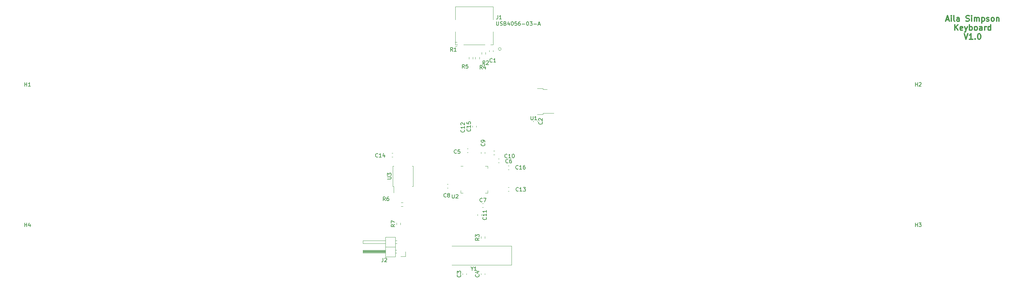
<source format=gbr>
%TF.GenerationSoftware,KiCad,Pcbnew,6.0.7-f9a2dced07~116~ubuntu20.04.1*%
%TF.CreationDate,2022-10-16T12:29:11-07:00*%
%TF.ProjectId,keyboard,6b657962-6f61-4726-942e-6b696361645f,rev?*%
%TF.SameCoordinates,Original*%
%TF.FileFunction,Legend,Top*%
%TF.FilePolarity,Positive*%
%FSLAX46Y46*%
G04 Gerber Fmt 4.6, Leading zero omitted, Abs format (unit mm)*
G04 Created by KiCad (PCBNEW 6.0.7-f9a2dced07~116~ubuntu20.04.1) date 2022-10-16 12:29:11*
%MOMM*%
%LPD*%
G01*
G04 APERTURE LIST*
%ADD10C,0.300000*%
%ADD11C,0.150000*%
%ADD12C,0.120000*%
G04 APERTURE END LIST*
D10*
X344968571Y-102355000D02*
X345682857Y-102355000D01*
X344825714Y-102783571D02*
X345325714Y-101283571D01*
X345825714Y-102783571D01*
X346325714Y-102783571D02*
X346325714Y-101783571D01*
X346325714Y-101283571D02*
X346254285Y-101355000D01*
X346325714Y-101426428D01*
X346397142Y-101355000D01*
X346325714Y-101283571D01*
X346325714Y-101426428D01*
X347254285Y-102783571D02*
X347111428Y-102712142D01*
X347040000Y-102569285D01*
X347040000Y-101283571D01*
X348468571Y-102783571D02*
X348468571Y-101997857D01*
X348397142Y-101855000D01*
X348254285Y-101783571D01*
X347968571Y-101783571D01*
X347825714Y-101855000D01*
X348468571Y-102712142D02*
X348325714Y-102783571D01*
X347968571Y-102783571D01*
X347825714Y-102712142D01*
X347754285Y-102569285D01*
X347754285Y-102426428D01*
X347825714Y-102283571D01*
X347968571Y-102212142D01*
X348325714Y-102212142D01*
X348468571Y-102140714D01*
X350254285Y-102712142D02*
X350468571Y-102783571D01*
X350825714Y-102783571D01*
X350968571Y-102712142D01*
X351040000Y-102640714D01*
X351111428Y-102497857D01*
X351111428Y-102355000D01*
X351040000Y-102212142D01*
X350968571Y-102140714D01*
X350825714Y-102069285D01*
X350540000Y-101997857D01*
X350397142Y-101926428D01*
X350325714Y-101855000D01*
X350254285Y-101712142D01*
X350254285Y-101569285D01*
X350325714Y-101426428D01*
X350397142Y-101355000D01*
X350540000Y-101283571D01*
X350897142Y-101283571D01*
X351111428Y-101355000D01*
X351754285Y-102783571D02*
X351754285Y-101783571D01*
X351754285Y-101283571D02*
X351682857Y-101355000D01*
X351754285Y-101426428D01*
X351825714Y-101355000D01*
X351754285Y-101283571D01*
X351754285Y-101426428D01*
X352468571Y-102783571D02*
X352468571Y-101783571D01*
X352468571Y-101926428D02*
X352540000Y-101855000D01*
X352682857Y-101783571D01*
X352897142Y-101783571D01*
X353040000Y-101855000D01*
X353111428Y-101997857D01*
X353111428Y-102783571D01*
X353111428Y-101997857D02*
X353182857Y-101855000D01*
X353325714Y-101783571D01*
X353540000Y-101783571D01*
X353682857Y-101855000D01*
X353754285Y-101997857D01*
X353754285Y-102783571D01*
X354468571Y-101783571D02*
X354468571Y-103283571D01*
X354468571Y-101855000D02*
X354611428Y-101783571D01*
X354897142Y-101783571D01*
X355040000Y-101855000D01*
X355111428Y-101926428D01*
X355182857Y-102069285D01*
X355182857Y-102497857D01*
X355111428Y-102640714D01*
X355040000Y-102712142D01*
X354897142Y-102783571D01*
X354611428Y-102783571D01*
X354468571Y-102712142D01*
X355754285Y-102712142D02*
X355897142Y-102783571D01*
X356182857Y-102783571D01*
X356325714Y-102712142D01*
X356397142Y-102569285D01*
X356397142Y-102497857D01*
X356325714Y-102355000D01*
X356182857Y-102283571D01*
X355968571Y-102283571D01*
X355825714Y-102212142D01*
X355754285Y-102069285D01*
X355754285Y-101997857D01*
X355825714Y-101855000D01*
X355968571Y-101783571D01*
X356182857Y-101783571D01*
X356325714Y-101855000D01*
X357254285Y-102783571D02*
X357111428Y-102712142D01*
X357040000Y-102640714D01*
X356968571Y-102497857D01*
X356968571Y-102069285D01*
X357040000Y-101926428D01*
X357111428Y-101855000D01*
X357254285Y-101783571D01*
X357468571Y-101783571D01*
X357611428Y-101855000D01*
X357682857Y-101926428D01*
X357754285Y-102069285D01*
X357754285Y-102497857D01*
X357682857Y-102640714D01*
X357611428Y-102712142D01*
X357468571Y-102783571D01*
X357254285Y-102783571D01*
X358397142Y-101783571D02*
X358397142Y-102783571D01*
X358397142Y-101926428D02*
X358468571Y-101855000D01*
X358611428Y-101783571D01*
X358825714Y-101783571D01*
X358968571Y-101855000D01*
X359040000Y-101997857D01*
X359040000Y-102783571D01*
X347254285Y-105198571D02*
X347254285Y-103698571D01*
X348111428Y-105198571D02*
X347468571Y-104341428D01*
X348111428Y-103698571D02*
X347254285Y-104555714D01*
X349325714Y-105127142D02*
X349182857Y-105198571D01*
X348897142Y-105198571D01*
X348754285Y-105127142D01*
X348682857Y-104984285D01*
X348682857Y-104412857D01*
X348754285Y-104270000D01*
X348897142Y-104198571D01*
X349182857Y-104198571D01*
X349325714Y-104270000D01*
X349397142Y-104412857D01*
X349397142Y-104555714D01*
X348682857Y-104698571D01*
X349897142Y-104198571D02*
X350254285Y-105198571D01*
X350611428Y-104198571D02*
X350254285Y-105198571D01*
X350111428Y-105555714D01*
X350040000Y-105627142D01*
X349897142Y-105698571D01*
X351182857Y-105198571D02*
X351182857Y-103698571D01*
X351182857Y-104270000D02*
X351325714Y-104198571D01*
X351611428Y-104198571D01*
X351754285Y-104270000D01*
X351825714Y-104341428D01*
X351897142Y-104484285D01*
X351897142Y-104912857D01*
X351825714Y-105055714D01*
X351754285Y-105127142D01*
X351611428Y-105198571D01*
X351325714Y-105198571D01*
X351182857Y-105127142D01*
X352754285Y-105198571D02*
X352611428Y-105127142D01*
X352540000Y-105055714D01*
X352468571Y-104912857D01*
X352468571Y-104484285D01*
X352540000Y-104341428D01*
X352611428Y-104270000D01*
X352754285Y-104198571D01*
X352968571Y-104198571D01*
X353111428Y-104270000D01*
X353182857Y-104341428D01*
X353254285Y-104484285D01*
X353254285Y-104912857D01*
X353182857Y-105055714D01*
X353111428Y-105127142D01*
X352968571Y-105198571D01*
X352754285Y-105198571D01*
X354540000Y-105198571D02*
X354540000Y-104412857D01*
X354468571Y-104270000D01*
X354325714Y-104198571D01*
X354040000Y-104198571D01*
X353897142Y-104270000D01*
X354540000Y-105127142D02*
X354397142Y-105198571D01*
X354040000Y-105198571D01*
X353897142Y-105127142D01*
X353825714Y-104984285D01*
X353825714Y-104841428D01*
X353897142Y-104698571D01*
X354040000Y-104627142D01*
X354397142Y-104627142D01*
X354540000Y-104555714D01*
X355254285Y-105198571D02*
X355254285Y-104198571D01*
X355254285Y-104484285D02*
X355325714Y-104341428D01*
X355397142Y-104270000D01*
X355540000Y-104198571D01*
X355682857Y-104198571D01*
X356825714Y-105198571D02*
X356825714Y-103698571D01*
X356825714Y-105127142D02*
X356682857Y-105198571D01*
X356397142Y-105198571D01*
X356254285Y-105127142D01*
X356182857Y-105055714D01*
X356111428Y-104912857D01*
X356111428Y-104484285D01*
X356182857Y-104341428D01*
X356254285Y-104270000D01*
X356397142Y-104198571D01*
X356682857Y-104198571D01*
X356825714Y-104270000D01*
X349754285Y-106113571D02*
X350254285Y-107613571D01*
X350754285Y-106113571D01*
X352040000Y-107613571D02*
X351182857Y-107613571D01*
X351611428Y-107613571D02*
X351611428Y-106113571D01*
X351468571Y-106327857D01*
X351325714Y-106470714D01*
X351182857Y-106542142D01*
X352682857Y-107470714D02*
X352754285Y-107542142D01*
X352682857Y-107613571D01*
X352611428Y-107542142D01*
X352682857Y-107470714D01*
X352682857Y-107613571D01*
X353682857Y-106113571D02*
X353825714Y-106113571D01*
X353968571Y-106185000D01*
X354040000Y-106256428D01*
X354111428Y-106399285D01*
X354182857Y-106685000D01*
X354182857Y-107042142D01*
X354111428Y-107327857D01*
X354040000Y-107470714D01*
X353968571Y-107542142D01*
X353825714Y-107613571D01*
X353682857Y-107613571D01*
X353540000Y-107542142D01*
X353468571Y-107470714D01*
X353397142Y-107327857D01*
X353325714Y-107042142D01*
X353325714Y-106685000D01*
X353397142Y-106399285D01*
X353468571Y-106256428D01*
X353540000Y-106185000D01*
X353682857Y-106113571D01*
D11*
%TO.C,Y1*%
X218533809Y-168876190D02*
X218533809Y-169352380D01*
X218200476Y-168352380D02*
X218533809Y-168876190D01*
X218867142Y-168352380D01*
X219724285Y-169352380D02*
X219152857Y-169352380D01*
X219438571Y-169352380D02*
X219438571Y-168352380D01*
X219343333Y-168495238D01*
X219248095Y-168590476D01*
X219152857Y-168638095D01*
%TO.C,R3*%
X220442380Y-160696666D02*
X219966190Y-161030000D01*
X220442380Y-161268095D02*
X219442380Y-161268095D01*
X219442380Y-160887142D01*
X219490000Y-160791904D01*
X219537619Y-160744285D01*
X219632857Y-160696666D01*
X219775714Y-160696666D01*
X219870952Y-160744285D01*
X219918571Y-160791904D01*
X219966190Y-160887142D01*
X219966190Y-161268095D01*
X219442380Y-160363333D02*
X219442380Y-159744285D01*
X219823333Y-160077619D01*
X219823333Y-159934761D01*
X219870952Y-159839523D01*
X219918571Y-159791904D01*
X220013809Y-159744285D01*
X220251904Y-159744285D01*
X220347142Y-159791904D01*
X220394761Y-159839523D01*
X220442380Y-159934761D01*
X220442380Y-160220476D01*
X220394761Y-160315714D01*
X220347142Y-160363333D01*
%TO.C,R2*%
X221983333Y-114352380D02*
X221650000Y-113876190D01*
X221411904Y-114352380D02*
X221411904Y-113352380D01*
X221792857Y-113352380D01*
X221888095Y-113400000D01*
X221935714Y-113447619D01*
X221983333Y-113542857D01*
X221983333Y-113685714D01*
X221935714Y-113780952D01*
X221888095Y-113828571D01*
X221792857Y-113876190D01*
X221411904Y-113876190D01*
X222364285Y-113447619D02*
X222411904Y-113400000D01*
X222507142Y-113352380D01*
X222745238Y-113352380D01*
X222840476Y-113400000D01*
X222888095Y-113447619D01*
X222935714Y-113542857D01*
X222935714Y-113638095D01*
X222888095Y-113780952D01*
X222316666Y-114352380D01*
X222935714Y-114352380D01*
%TO.C,C2*%
X237197142Y-129666666D02*
X237244761Y-129714285D01*
X237292380Y-129857142D01*
X237292380Y-129952380D01*
X237244761Y-130095238D01*
X237149523Y-130190476D01*
X237054285Y-130238095D01*
X236863809Y-130285714D01*
X236720952Y-130285714D01*
X236530476Y-130238095D01*
X236435238Y-130190476D01*
X236340000Y-130095238D01*
X236292380Y-129952380D01*
X236292380Y-129857142D01*
X236340000Y-129714285D01*
X236387619Y-129666666D01*
X236387619Y-129285714D02*
X236340000Y-129238095D01*
X236292380Y-129142857D01*
X236292380Y-128904761D01*
X236340000Y-128809523D01*
X236387619Y-128761904D01*
X236482857Y-128714285D01*
X236578095Y-128714285D01*
X236720952Y-128761904D01*
X237292380Y-129333333D01*
X237292380Y-128714285D01*
%TO.C,R6*%
X195423333Y-150722380D02*
X195090000Y-150246190D01*
X194851904Y-150722380D02*
X194851904Y-149722380D01*
X195232857Y-149722380D01*
X195328095Y-149770000D01*
X195375714Y-149817619D01*
X195423333Y-149912857D01*
X195423333Y-150055714D01*
X195375714Y-150150952D01*
X195328095Y-150198571D01*
X195232857Y-150246190D01*
X194851904Y-150246190D01*
X196280476Y-149722380D02*
X196090000Y-149722380D01*
X195994761Y-149770000D01*
X195947142Y-149817619D01*
X195851904Y-149960476D01*
X195804285Y-150150952D01*
X195804285Y-150531904D01*
X195851904Y-150627142D01*
X195899523Y-150674761D01*
X195994761Y-150722380D01*
X196185238Y-150722380D01*
X196280476Y-150674761D01*
X196328095Y-150627142D01*
X196375714Y-150531904D01*
X196375714Y-150293809D01*
X196328095Y-150198571D01*
X196280476Y-150150952D01*
X196185238Y-150103333D01*
X195994761Y-150103333D01*
X195899523Y-150150952D01*
X195851904Y-150198571D01*
X195804285Y-150293809D01*
%TO.C,U2*%
X213238095Y-149062380D02*
X213238095Y-149871904D01*
X213285714Y-149967142D01*
X213333333Y-150014761D01*
X213428571Y-150062380D01*
X213619047Y-150062380D01*
X213714285Y-150014761D01*
X213761904Y-149967142D01*
X213809523Y-149871904D01*
X213809523Y-149062380D01*
X214238095Y-149157619D02*
X214285714Y-149110000D01*
X214380952Y-149062380D01*
X214619047Y-149062380D01*
X214714285Y-149110000D01*
X214761904Y-149157619D01*
X214809523Y-149252857D01*
X214809523Y-149348095D01*
X214761904Y-149490952D01*
X214190476Y-150062380D01*
X214809523Y-150062380D01*
%TO.C,H3*%
X336738095Y-157652380D02*
X336738095Y-156652380D01*
X336738095Y-157128571D02*
X337309523Y-157128571D01*
X337309523Y-157652380D02*
X337309523Y-156652380D01*
X337690476Y-156652380D02*
X338309523Y-156652380D01*
X337976190Y-157033333D01*
X338119047Y-157033333D01*
X338214285Y-157080952D01*
X338261904Y-157128571D01*
X338309523Y-157223809D01*
X338309523Y-157461904D01*
X338261904Y-157557142D01*
X338214285Y-157604761D01*
X338119047Y-157652380D01*
X337833333Y-157652380D01*
X337738095Y-157604761D01*
X337690476Y-157557142D01*
%TO.C,H1*%
X99238095Y-120152380D02*
X99238095Y-119152380D01*
X99238095Y-119628571D02*
X99809523Y-119628571D01*
X99809523Y-120152380D02*
X99809523Y-119152380D01*
X100809523Y-120152380D02*
X100238095Y-120152380D01*
X100523809Y-120152380D02*
X100523809Y-119152380D01*
X100428571Y-119295238D01*
X100333333Y-119390476D01*
X100238095Y-119438095D01*
%TO.C,C13*%
X230887142Y-148087142D02*
X230839523Y-148134761D01*
X230696666Y-148182380D01*
X230601428Y-148182380D01*
X230458571Y-148134761D01*
X230363333Y-148039523D01*
X230315714Y-147944285D01*
X230268095Y-147753809D01*
X230268095Y-147610952D01*
X230315714Y-147420476D01*
X230363333Y-147325238D01*
X230458571Y-147230000D01*
X230601428Y-147182380D01*
X230696666Y-147182380D01*
X230839523Y-147230000D01*
X230887142Y-147277619D01*
X231839523Y-148182380D02*
X231268095Y-148182380D01*
X231553809Y-148182380D02*
X231553809Y-147182380D01*
X231458571Y-147325238D01*
X231363333Y-147420476D01*
X231268095Y-147468095D01*
X232172857Y-147182380D02*
X232791904Y-147182380D01*
X232458571Y-147563333D01*
X232601428Y-147563333D01*
X232696666Y-147610952D01*
X232744285Y-147658571D01*
X232791904Y-147753809D01*
X232791904Y-147991904D01*
X232744285Y-148087142D01*
X232696666Y-148134761D01*
X232601428Y-148182380D01*
X232315714Y-148182380D01*
X232220476Y-148134761D01*
X232172857Y-148087142D01*
%TO.C,C9*%
X221877142Y-135486666D02*
X221924761Y-135534285D01*
X221972380Y-135677142D01*
X221972380Y-135772380D01*
X221924761Y-135915238D01*
X221829523Y-136010476D01*
X221734285Y-136058095D01*
X221543809Y-136105714D01*
X221400952Y-136105714D01*
X221210476Y-136058095D01*
X221115238Y-136010476D01*
X221020000Y-135915238D01*
X220972380Y-135772380D01*
X220972380Y-135677142D01*
X221020000Y-135534285D01*
X221067619Y-135486666D01*
X221972380Y-135010476D02*
X221972380Y-134820000D01*
X221924761Y-134724761D01*
X221877142Y-134677142D01*
X221734285Y-134581904D01*
X221543809Y-134534285D01*
X221162857Y-134534285D01*
X221067619Y-134581904D01*
X221020000Y-134629523D01*
X220972380Y-134724761D01*
X220972380Y-134915238D01*
X221020000Y-135010476D01*
X221067619Y-135058095D01*
X221162857Y-135105714D01*
X221400952Y-135105714D01*
X221496190Y-135058095D01*
X221543809Y-135010476D01*
X221591428Y-134915238D01*
X221591428Y-134724761D01*
X221543809Y-134629523D01*
X221496190Y-134581904D01*
X221400952Y-134534285D01*
%TO.C,C3*%
X215457142Y-170476666D02*
X215504761Y-170524285D01*
X215552380Y-170667142D01*
X215552380Y-170762380D01*
X215504761Y-170905238D01*
X215409523Y-171000476D01*
X215314285Y-171048095D01*
X215123809Y-171095714D01*
X214980952Y-171095714D01*
X214790476Y-171048095D01*
X214695238Y-171000476D01*
X214600000Y-170905238D01*
X214552380Y-170762380D01*
X214552380Y-170667142D01*
X214600000Y-170524285D01*
X214647619Y-170476666D01*
X214552380Y-170143333D02*
X214552380Y-169524285D01*
X214933333Y-169857619D01*
X214933333Y-169714761D01*
X214980952Y-169619523D01*
X215028571Y-169571904D01*
X215123809Y-169524285D01*
X215361904Y-169524285D01*
X215457142Y-169571904D01*
X215504761Y-169619523D01*
X215552380Y-169714761D01*
X215552380Y-170000476D01*
X215504761Y-170095714D01*
X215457142Y-170143333D01*
%TO.C,C16*%
X230817142Y-142197142D02*
X230769523Y-142244761D01*
X230626666Y-142292380D01*
X230531428Y-142292380D01*
X230388571Y-142244761D01*
X230293333Y-142149523D01*
X230245714Y-142054285D01*
X230198095Y-141863809D01*
X230198095Y-141720952D01*
X230245714Y-141530476D01*
X230293333Y-141435238D01*
X230388571Y-141340000D01*
X230531428Y-141292380D01*
X230626666Y-141292380D01*
X230769523Y-141340000D01*
X230817142Y-141387619D01*
X231769523Y-142292380D02*
X231198095Y-142292380D01*
X231483809Y-142292380D02*
X231483809Y-141292380D01*
X231388571Y-141435238D01*
X231293333Y-141530476D01*
X231198095Y-141578095D01*
X232626666Y-141292380D02*
X232436190Y-141292380D01*
X232340952Y-141340000D01*
X232293333Y-141387619D01*
X232198095Y-141530476D01*
X232150476Y-141720952D01*
X232150476Y-142101904D01*
X232198095Y-142197142D01*
X232245714Y-142244761D01*
X232340952Y-142292380D01*
X232531428Y-142292380D01*
X232626666Y-142244761D01*
X232674285Y-142197142D01*
X232721904Y-142101904D01*
X232721904Y-141863809D01*
X232674285Y-141768571D01*
X232626666Y-141720952D01*
X232531428Y-141673333D01*
X232340952Y-141673333D01*
X232245714Y-141720952D01*
X232198095Y-141768571D01*
X232150476Y-141863809D01*
%TO.C,C10*%
X227877142Y-139167142D02*
X227829523Y-139214761D01*
X227686666Y-139262380D01*
X227591428Y-139262380D01*
X227448571Y-139214761D01*
X227353333Y-139119523D01*
X227305714Y-139024285D01*
X227258095Y-138833809D01*
X227258095Y-138690952D01*
X227305714Y-138500476D01*
X227353333Y-138405238D01*
X227448571Y-138310000D01*
X227591428Y-138262380D01*
X227686666Y-138262380D01*
X227829523Y-138310000D01*
X227877142Y-138357619D01*
X228829523Y-139262380D02*
X228258095Y-139262380D01*
X228543809Y-139262380D02*
X228543809Y-138262380D01*
X228448571Y-138405238D01*
X228353333Y-138500476D01*
X228258095Y-138548095D01*
X229448571Y-138262380D02*
X229543809Y-138262380D01*
X229639047Y-138310000D01*
X229686666Y-138357619D01*
X229734285Y-138452857D01*
X229781904Y-138643333D01*
X229781904Y-138881428D01*
X229734285Y-139071904D01*
X229686666Y-139167142D01*
X229639047Y-139214761D01*
X229543809Y-139262380D01*
X229448571Y-139262380D01*
X229353333Y-139214761D01*
X229305714Y-139167142D01*
X229258095Y-139071904D01*
X229210476Y-138881428D01*
X229210476Y-138643333D01*
X229258095Y-138452857D01*
X229305714Y-138357619D01*
X229353333Y-138310000D01*
X229448571Y-138262380D01*
%TO.C,R4*%
X221233333Y-115562380D02*
X220900000Y-115086190D01*
X220661904Y-115562380D02*
X220661904Y-114562380D01*
X221042857Y-114562380D01*
X221138095Y-114610000D01*
X221185714Y-114657619D01*
X221233333Y-114752857D01*
X221233333Y-114895714D01*
X221185714Y-114990952D01*
X221138095Y-115038571D01*
X221042857Y-115086190D01*
X220661904Y-115086190D01*
X222090476Y-114895714D02*
X222090476Y-115562380D01*
X221852380Y-114514761D02*
X221614285Y-115229047D01*
X222233333Y-115229047D01*
%TO.C,J2*%
X194806666Y-166057380D02*
X194806666Y-166771666D01*
X194759047Y-166914523D01*
X194663809Y-167009761D01*
X194520952Y-167057380D01*
X194425714Y-167057380D01*
X195235238Y-166152619D02*
X195282857Y-166105000D01*
X195378095Y-166057380D01*
X195616190Y-166057380D01*
X195711428Y-166105000D01*
X195759047Y-166152619D01*
X195806666Y-166247857D01*
X195806666Y-166343095D01*
X195759047Y-166485952D01*
X195187619Y-167057380D01*
X195806666Y-167057380D01*
%TO.C,J1*%
X225386666Y-101222380D02*
X225386666Y-101936666D01*
X225339047Y-102079523D01*
X225243809Y-102174761D01*
X225100952Y-102222380D01*
X225005714Y-102222380D01*
X226386666Y-102222380D02*
X225815238Y-102222380D01*
X226100952Y-102222380D02*
X226100952Y-101222380D01*
X226005714Y-101365238D01*
X225910476Y-101460476D01*
X225815238Y-101508095D01*
X225054285Y-102892380D02*
X225054285Y-103701904D01*
X225101904Y-103797142D01*
X225149523Y-103844761D01*
X225244761Y-103892380D01*
X225435238Y-103892380D01*
X225530476Y-103844761D01*
X225578095Y-103797142D01*
X225625714Y-103701904D01*
X225625714Y-102892380D01*
X226054285Y-103844761D02*
X226197142Y-103892380D01*
X226435238Y-103892380D01*
X226530476Y-103844761D01*
X226578095Y-103797142D01*
X226625714Y-103701904D01*
X226625714Y-103606666D01*
X226578095Y-103511428D01*
X226530476Y-103463809D01*
X226435238Y-103416190D01*
X226244761Y-103368571D01*
X226149523Y-103320952D01*
X226101904Y-103273333D01*
X226054285Y-103178095D01*
X226054285Y-103082857D01*
X226101904Y-102987619D01*
X226149523Y-102940000D01*
X226244761Y-102892380D01*
X226482857Y-102892380D01*
X226625714Y-102940000D01*
X227387619Y-103368571D02*
X227530476Y-103416190D01*
X227578095Y-103463809D01*
X227625714Y-103559047D01*
X227625714Y-103701904D01*
X227578095Y-103797142D01*
X227530476Y-103844761D01*
X227435238Y-103892380D01*
X227054285Y-103892380D01*
X227054285Y-102892380D01*
X227387619Y-102892380D01*
X227482857Y-102940000D01*
X227530476Y-102987619D01*
X227578095Y-103082857D01*
X227578095Y-103178095D01*
X227530476Y-103273333D01*
X227482857Y-103320952D01*
X227387619Y-103368571D01*
X227054285Y-103368571D01*
X228482857Y-103225714D02*
X228482857Y-103892380D01*
X228244761Y-102844761D02*
X228006666Y-103559047D01*
X228625714Y-103559047D01*
X229197142Y-102892380D02*
X229292380Y-102892380D01*
X229387619Y-102940000D01*
X229435238Y-102987619D01*
X229482857Y-103082857D01*
X229530476Y-103273333D01*
X229530476Y-103511428D01*
X229482857Y-103701904D01*
X229435238Y-103797142D01*
X229387619Y-103844761D01*
X229292380Y-103892380D01*
X229197142Y-103892380D01*
X229101904Y-103844761D01*
X229054285Y-103797142D01*
X229006666Y-103701904D01*
X228959047Y-103511428D01*
X228959047Y-103273333D01*
X229006666Y-103082857D01*
X229054285Y-102987619D01*
X229101904Y-102940000D01*
X229197142Y-102892380D01*
X230435238Y-102892380D02*
X229959047Y-102892380D01*
X229911428Y-103368571D01*
X229959047Y-103320952D01*
X230054285Y-103273333D01*
X230292380Y-103273333D01*
X230387619Y-103320952D01*
X230435238Y-103368571D01*
X230482857Y-103463809D01*
X230482857Y-103701904D01*
X230435238Y-103797142D01*
X230387619Y-103844761D01*
X230292380Y-103892380D01*
X230054285Y-103892380D01*
X229959047Y-103844761D01*
X229911428Y-103797142D01*
X231340000Y-102892380D02*
X231149523Y-102892380D01*
X231054285Y-102940000D01*
X231006666Y-102987619D01*
X230911428Y-103130476D01*
X230863809Y-103320952D01*
X230863809Y-103701904D01*
X230911428Y-103797142D01*
X230959047Y-103844761D01*
X231054285Y-103892380D01*
X231244761Y-103892380D01*
X231340000Y-103844761D01*
X231387619Y-103797142D01*
X231435238Y-103701904D01*
X231435238Y-103463809D01*
X231387619Y-103368571D01*
X231340000Y-103320952D01*
X231244761Y-103273333D01*
X231054285Y-103273333D01*
X230959047Y-103320952D01*
X230911428Y-103368571D01*
X230863809Y-103463809D01*
X231863809Y-103511428D02*
X232625714Y-103511428D01*
X233292380Y-102892380D02*
X233387619Y-102892380D01*
X233482857Y-102940000D01*
X233530476Y-102987619D01*
X233578095Y-103082857D01*
X233625714Y-103273333D01*
X233625714Y-103511428D01*
X233578095Y-103701904D01*
X233530476Y-103797142D01*
X233482857Y-103844761D01*
X233387619Y-103892380D01*
X233292380Y-103892380D01*
X233197142Y-103844761D01*
X233149523Y-103797142D01*
X233101904Y-103701904D01*
X233054285Y-103511428D01*
X233054285Y-103273333D01*
X233101904Y-103082857D01*
X233149523Y-102987619D01*
X233197142Y-102940000D01*
X233292380Y-102892380D01*
X233959047Y-102892380D02*
X234578095Y-102892380D01*
X234244761Y-103273333D01*
X234387619Y-103273333D01*
X234482857Y-103320952D01*
X234530476Y-103368571D01*
X234578095Y-103463809D01*
X234578095Y-103701904D01*
X234530476Y-103797142D01*
X234482857Y-103844761D01*
X234387619Y-103892380D01*
X234101904Y-103892380D01*
X234006666Y-103844761D01*
X233959047Y-103797142D01*
X235006666Y-103511428D02*
X235768571Y-103511428D01*
X236197142Y-103606666D02*
X236673333Y-103606666D01*
X236101904Y-103892380D02*
X236435238Y-102892380D01*
X236768571Y-103892380D01*
%TO.C,U3*%
X195972380Y-144951904D02*
X196781904Y-144951904D01*
X196877142Y-144904285D01*
X196924761Y-144856666D01*
X196972380Y-144761428D01*
X196972380Y-144570952D01*
X196924761Y-144475714D01*
X196877142Y-144428095D01*
X196781904Y-144380476D01*
X195972380Y-144380476D01*
X195972380Y-143999523D02*
X195972380Y-143380476D01*
X196353333Y-143713809D01*
X196353333Y-143570952D01*
X196400952Y-143475714D01*
X196448571Y-143428095D01*
X196543809Y-143380476D01*
X196781904Y-143380476D01*
X196877142Y-143428095D01*
X196924761Y-143475714D01*
X196972380Y-143570952D01*
X196972380Y-143856666D01*
X196924761Y-143951904D01*
X196877142Y-143999523D01*
%TO.C,R5*%
X216513333Y-115352380D02*
X216180000Y-114876190D01*
X215941904Y-115352380D02*
X215941904Y-114352380D01*
X216322857Y-114352380D01*
X216418095Y-114400000D01*
X216465714Y-114447619D01*
X216513333Y-114542857D01*
X216513333Y-114685714D01*
X216465714Y-114780952D01*
X216418095Y-114828571D01*
X216322857Y-114876190D01*
X215941904Y-114876190D01*
X217418095Y-114352380D02*
X216941904Y-114352380D01*
X216894285Y-114828571D01*
X216941904Y-114780952D01*
X217037142Y-114733333D01*
X217275238Y-114733333D01*
X217370476Y-114780952D01*
X217418095Y-114828571D01*
X217465714Y-114923809D01*
X217465714Y-115161904D01*
X217418095Y-115257142D01*
X217370476Y-115304761D01*
X217275238Y-115352380D01*
X217037142Y-115352380D01*
X216941904Y-115304761D01*
X216894285Y-115257142D01*
%TO.C,C6*%
X228143333Y-140547142D02*
X228095714Y-140594761D01*
X227952857Y-140642380D01*
X227857619Y-140642380D01*
X227714761Y-140594761D01*
X227619523Y-140499523D01*
X227571904Y-140404285D01*
X227524285Y-140213809D01*
X227524285Y-140070952D01*
X227571904Y-139880476D01*
X227619523Y-139785238D01*
X227714761Y-139690000D01*
X227857619Y-139642380D01*
X227952857Y-139642380D01*
X228095714Y-139690000D01*
X228143333Y-139737619D01*
X229000476Y-139642380D02*
X228810000Y-139642380D01*
X228714761Y-139690000D01*
X228667142Y-139737619D01*
X228571904Y-139880476D01*
X228524285Y-140070952D01*
X228524285Y-140451904D01*
X228571904Y-140547142D01*
X228619523Y-140594761D01*
X228714761Y-140642380D01*
X228905238Y-140642380D01*
X229000476Y-140594761D01*
X229048095Y-140547142D01*
X229095714Y-140451904D01*
X229095714Y-140213809D01*
X229048095Y-140118571D01*
X229000476Y-140070952D01*
X228905238Y-140023333D01*
X228714761Y-140023333D01*
X228619523Y-140070952D01*
X228571904Y-140118571D01*
X228524285Y-140213809D01*
%TO.C,C14*%
X193407142Y-138997142D02*
X193359523Y-139044761D01*
X193216666Y-139092380D01*
X193121428Y-139092380D01*
X192978571Y-139044761D01*
X192883333Y-138949523D01*
X192835714Y-138854285D01*
X192788095Y-138663809D01*
X192788095Y-138520952D01*
X192835714Y-138330476D01*
X192883333Y-138235238D01*
X192978571Y-138140000D01*
X193121428Y-138092380D01*
X193216666Y-138092380D01*
X193359523Y-138140000D01*
X193407142Y-138187619D01*
X194359523Y-139092380D02*
X193788095Y-139092380D01*
X194073809Y-139092380D02*
X194073809Y-138092380D01*
X193978571Y-138235238D01*
X193883333Y-138330476D01*
X193788095Y-138378095D01*
X195216666Y-138425714D02*
X195216666Y-139092380D01*
X194978571Y-138044761D02*
X194740476Y-138759047D01*
X195359523Y-138759047D01*
%TO.C,C11*%
X222297142Y-155172857D02*
X222344761Y-155220476D01*
X222392380Y-155363333D01*
X222392380Y-155458571D01*
X222344761Y-155601428D01*
X222249523Y-155696666D01*
X222154285Y-155744285D01*
X221963809Y-155791904D01*
X221820952Y-155791904D01*
X221630476Y-155744285D01*
X221535238Y-155696666D01*
X221440000Y-155601428D01*
X221392380Y-155458571D01*
X221392380Y-155363333D01*
X221440000Y-155220476D01*
X221487619Y-155172857D01*
X222392380Y-154220476D02*
X222392380Y-154791904D01*
X222392380Y-154506190D02*
X221392380Y-154506190D01*
X221535238Y-154601428D01*
X221630476Y-154696666D01*
X221678095Y-154791904D01*
X222392380Y-153268095D02*
X222392380Y-153839523D01*
X222392380Y-153553809D02*
X221392380Y-153553809D01*
X221535238Y-153649047D01*
X221630476Y-153744285D01*
X221678095Y-153839523D01*
%TO.C,R7*%
X197932380Y-157066666D02*
X197456190Y-157400000D01*
X197932380Y-157638095D02*
X196932380Y-157638095D01*
X196932380Y-157257142D01*
X196980000Y-157161904D01*
X197027619Y-157114285D01*
X197122857Y-157066666D01*
X197265714Y-157066666D01*
X197360952Y-157114285D01*
X197408571Y-157161904D01*
X197456190Y-157257142D01*
X197456190Y-157638095D01*
X196932380Y-156733333D02*
X196932380Y-156066666D01*
X197932380Y-156495238D01*
%TO.C,C1*%
X223913333Y-113637142D02*
X223865714Y-113684761D01*
X223722857Y-113732380D01*
X223627619Y-113732380D01*
X223484761Y-113684761D01*
X223389523Y-113589523D01*
X223341904Y-113494285D01*
X223294285Y-113303809D01*
X223294285Y-113160952D01*
X223341904Y-112970476D01*
X223389523Y-112875238D01*
X223484761Y-112780000D01*
X223627619Y-112732380D01*
X223722857Y-112732380D01*
X223865714Y-112780000D01*
X223913333Y-112827619D01*
X224865714Y-113732380D02*
X224294285Y-113732380D01*
X224580000Y-113732380D02*
X224580000Y-112732380D01*
X224484761Y-112875238D01*
X224389523Y-112970476D01*
X224294285Y-113018095D01*
%TO.C,C8*%
X211613333Y-149677142D02*
X211565714Y-149724761D01*
X211422857Y-149772380D01*
X211327619Y-149772380D01*
X211184761Y-149724761D01*
X211089523Y-149629523D01*
X211041904Y-149534285D01*
X210994285Y-149343809D01*
X210994285Y-149200952D01*
X211041904Y-149010476D01*
X211089523Y-148915238D01*
X211184761Y-148820000D01*
X211327619Y-148772380D01*
X211422857Y-148772380D01*
X211565714Y-148820000D01*
X211613333Y-148867619D01*
X212184761Y-149200952D02*
X212089523Y-149153333D01*
X212041904Y-149105714D01*
X211994285Y-149010476D01*
X211994285Y-148962857D01*
X212041904Y-148867619D01*
X212089523Y-148820000D01*
X212184761Y-148772380D01*
X212375238Y-148772380D01*
X212470476Y-148820000D01*
X212518095Y-148867619D01*
X212565714Y-148962857D01*
X212565714Y-149010476D01*
X212518095Y-149105714D01*
X212470476Y-149153333D01*
X212375238Y-149200952D01*
X212184761Y-149200952D01*
X212089523Y-149248571D01*
X212041904Y-149296190D01*
X211994285Y-149391428D01*
X211994285Y-149581904D01*
X212041904Y-149677142D01*
X212089523Y-149724761D01*
X212184761Y-149772380D01*
X212375238Y-149772380D01*
X212470476Y-149724761D01*
X212518095Y-149677142D01*
X212565714Y-149581904D01*
X212565714Y-149391428D01*
X212518095Y-149296190D01*
X212470476Y-149248571D01*
X212375238Y-149200952D01*
%TO.C,C15*%
X218067142Y-131552857D02*
X218114761Y-131600476D01*
X218162380Y-131743333D01*
X218162380Y-131838571D01*
X218114761Y-131981428D01*
X218019523Y-132076666D01*
X217924285Y-132124285D01*
X217733809Y-132171904D01*
X217590952Y-132171904D01*
X217400476Y-132124285D01*
X217305238Y-132076666D01*
X217210000Y-131981428D01*
X217162380Y-131838571D01*
X217162380Y-131743333D01*
X217210000Y-131600476D01*
X217257619Y-131552857D01*
X218162380Y-130600476D02*
X218162380Y-131171904D01*
X218162380Y-130886190D02*
X217162380Y-130886190D01*
X217305238Y-130981428D01*
X217400476Y-131076666D01*
X217448095Y-131171904D01*
X217162380Y-129695714D02*
X217162380Y-130171904D01*
X217638571Y-130219523D01*
X217590952Y-130171904D01*
X217543333Y-130076666D01*
X217543333Y-129838571D01*
X217590952Y-129743333D01*
X217638571Y-129695714D01*
X217733809Y-129648095D01*
X217971904Y-129648095D01*
X218067142Y-129695714D01*
X218114761Y-129743333D01*
X218162380Y-129838571D01*
X218162380Y-130076666D01*
X218114761Y-130171904D01*
X218067142Y-130219523D01*
%TO.C,C7*%
X221253333Y-150937142D02*
X221205714Y-150984761D01*
X221062857Y-151032380D01*
X220967619Y-151032380D01*
X220824761Y-150984761D01*
X220729523Y-150889523D01*
X220681904Y-150794285D01*
X220634285Y-150603809D01*
X220634285Y-150460952D01*
X220681904Y-150270476D01*
X220729523Y-150175238D01*
X220824761Y-150080000D01*
X220967619Y-150032380D01*
X221062857Y-150032380D01*
X221205714Y-150080000D01*
X221253333Y-150127619D01*
X221586666Y-150032380D02*
X222253333Y-150032380D01*
X221824761Y-151032380D01*
%TO.C,H4*%
X99238095Y-157652380D02*
X99238095Y-156652380D01*
X99238095Y-157128571D02*
X99809523Y-157128571D01*
X99809523Y-157652380D02*
X99809523Y-156652380D01*
X100714285Y-156985714D02*
X100714285Y-157652380D01*
X100476190Y-156604761D02*
X100238095Y-157319047D01*
X100857142Y-157319047D01*
%TO.C,C5*%
X214383333Y-137997142D02*
X214335714Y-138044761D01*
X214192857Y-138092380D01*
X214097619Y-138092380D01*
X213954761Y-138044761D01*
X213859523Y-137949523D01*
X213811904Y-137854285D01*
X213764285Y-137663809D01*
X213764285Y-137520952D01*
X213811904Y-137330476D01*
X213859523Y-137235238D01*
X213954761Y-137140000D01*
X214097619Y-137092380D01*
X214192857Y-137092380D01*
X214335714Y-137140000D01*
X214383333Y-137187619D01*
X215288095Y-137092380D02*
X214811904Y-137092380D01*
X214764285Y-137568571D01*
X214811904Y-137520952D01*
X214907142Y-137473333D01*
X215145238Y-137473333D01*
X215240476Y-137520952D01*
X215288095Y-137568571D01*
X215335714Y-137663809D01*
X215335714Y-137901904D01*
X215288095Y-137997142D01*
X215240476Y-138044761D01*
X215145238Y-138092380D01*
X214907142Y-138092380D01*
X214811904Y-138044761D01*
X214764285Y-137997142D01*
%TO.C,H2*%
X336738095Y-120152380D02*
X336738095Y-119152380D01*
X336738095Y-119628571D02*
X337309523Y-119628571D01*
X337309523Y-120152380D02*
X337309523Y-119152380D01*
X337738095Y-119247619D02*
X337785714Y-119200000D01*
X337880952Y-119152380D01*
X338119047Y-119152380D01*
X338214285Y-119200000D01*
X338261904Y-119247619D01*
X338309523Y-119342857D01*
X338309523Y-119438095D01*
X338261904Y-119580952D01*
X337690476Y-120152380D01*
X338309523Y-120152380D01*
%TO.C,R1*%
X213393333Y-110802380D02*
X213060000Y-110326190D01*
X212821904Y-110802380D02*
X212821904Y-109802380D01*
X213202857Y-109802380D01*
X213298095Y-109850000D01*
X213345714Y-109897619D01*
X213393333Y-109992857D01*
X213393333Y-110135714D01*
X213345714Y-110230952D01*
X213298095Y-110278571D01*
X213202857Y-110326190D01*
X212821904Y-110326190D01*
X214345714Y-110802380D02*
X213774285Y-110802380D01*
X214060000Y-110802380D02*
X214060000Y-109802380D01*
X213964761Y-109945238D01*
X213869523Y-110040476D01*
X213774285Y-110088095D01*
%TO.C,C12*%
X216447142Y-131802857D02*
X216494761Y-131850476D01*
X216542380Y-131993333D01*
X216542380Y-132088571D01*
X216494761Y-132231428D01*
X216399523Y-132326666D01*
X216304285Y-132374285D01*
X216113809Y-132421904D01*
X215970952Y-132421904D01*
X215780476Y-132374285D01*
X215685238Y-132326666D01*
X215590000Y-132231428D01*
X215542380Y-132088571D01*
X215542380Y-131993333D01*
X215590000Y-131850476D01*
X215637619Y-131802857D01*
X216542380Y-130850476D02*
X216542380Y-131421904D01*
X216542380Y-131136190D02*
X215542380Y-131136190D01*
X215685238Y-131231428D01*
X215780476Y-131326666D01*
X215828095Y-131421904D01*
X215637619Y-130469523D02*
X215590000Y-130421904D01*
X215542380Y-130326666D01*
X215542380Y-130088571D01*
X215590000Y-129993333D01*
X215637619Y-129945714D01*
X215732857Y-129898095D01*
X215828095Y-129898095D01*
X215970952Y-129945714D01*
X216542380Y-130517142D01*
X216542380Y-129898095D01*
%TO.C,U1*%
X234228095Y-128152380D02*
X234228095Y-128961904D01*
X234275714Y-129057142D01*
X234323333Y-129104761D01*
X234418571Y-129152380D01*
X234609047Y-129152380D01*
X234704285Y-129104761D01*
X234751904Y-129057142D01*
X234799523Y-128961904D01*
X234799523Y-128152380D01*
X235799523Y-129152380D02*
X235228095Y-129152380D01*
X235513809Y-129152380D02*
X235513809Y-128152380D01*
X235418571Y-128295238D01*
X235323333Y-128390476D01*
X235228095Y-128438095D01*
%TO.C,C4*%
X220337142Y-170466666D02*
X220384761Y-170514285D01*
X220432380Y-170657142D01*
X220432380Y-170752380D01*
X220384761Y-170895238D01*
X220289523Y-170990476D01*
X220194285Y-171038095D01*
X220003809Y-171085714D01*
X219860952Y-171085714D01*
X219670476Y-171038095D01*
X219575238Y-170990476D01*
X219480000Y-170895238D01*
X219432380Y-170752380D01*
X219432380Y-170657142D01*
X219480000Y-170514285D01*
X219527619Y-170466666D01*
X219765714Y-169609523D02*
X220432380Y-169609523D01*
X219384761Y-169847619D02*
X220099047Y-170085714D01*
X220099047Y-169466666D01*
D12*
%TO.C,Y1*%
X229085000Y-162800000D02*
X213110000Y-162800000D01*
X213110000Y-167900000D02*
X229085000Y-167900000D01*
X229085000Y-167900000D02*
X229085000Y-162800000D01*
%TO.C,R3*%
X221942500Y-160784724D02*
X221942500Y-160275276D01*
X220897500Y-160784724D02*
X220897500Y-160275276D01*
%TO.C,R2*%
X221067500Y-111082776D02*
X221067500Y-111592224D01*
X222112500Y-111082776D02*
X222112500Y-111592224D01*
%TO.C,C2*%
X234900000Y-129353733D02*
X234900000Y-129646267D01*
X235920000Y-129353733D02*
X235920000Y-129646267D01*
%TO.C,R6*%
X200084724Y-151217500D02*
X199575276Y-151217500D01*
X200084724Y-152262500D02*
X199575276Y-152262500D01*
%TO.C,U2*%
X216140000Y-148680000D02*
X215490000Y-148680000D01*
X215490000Y-148680000D02*
X215490000Y-148030000D01*
X222710000Y-148680000D02*
X222710000Y-148030000D01*
X216140000Y-141460000D02*
X215490000Y-141460000D01*
X222060000Y-141460000D02*
X222710000Y-141460000D01*
X222060000Y-148680000D02*
X222710000Y-148680000D01*
X222710000Y-141460000D02*
X222710000Y-142110000D01*
%TO.C,C13*%
X228123733Y-148160000D02*
X228416267Y-148160000D01*
X228123733Y-147140000D02*
X228416267Y-147140000D01*
%TO.C,C9*%
X220940000Y-138076267D02*
X220940000Y-137783733D01*
X221960000Y-138076267D02*
X221960000Y-137783733D01*
%TO.C,C3*%
X217040000Y-170456267D02*
X217040000Y-170163733D01*
X216020000Y-170456267D02*
X216020000Y-170163733D01*
%TO.C,C16*%
X228123733Y-141360000D02*
X228416267Y-141360000D01*
X228123733Y-142380000D02*
X228416267Y-142380000D01*
%TO.C,C10*%
X224273733Y-137440000D02*
X224566267Y-137440000D01*
X224273733Y-138460000D02*
X224566267Y-138460000D01*
%TO.C,R4*%
X220492500Y-112375276D02*
X220492500Y-112884724D01*
X219447500Y-112375276D02*
X219447500Y-112884724D01*
%TO.C,J2*%
X189425000Y-162175000D02*
X189425000Y-161415000D01*
X195425000Y-164655000D02*
X189425000Y-164655000D01*
X200795000Y-165605000D02*
X199525000Y-165605000D01*
X195425000Y-164715000D02*
X189425000Y-164715000D01*
X200795000Y-164335000D02*
X200795000Y-165605000D01*
X198482071Y-162175000D02*
X198085000Y-162175000D01*
X195425000Y-164415000D02*
X189425000Y-164415000D01*
X195425000Y-164295000D02*
X189425000Y-164295000D01*
X198482071Y-161415000D02*
X198085000Y-161415000D01*
X198085000Y-165665000D02*
X198085000Y-160465000D01*
X195425000Y-164055000D02*
X189425000Y-164055000D01*
X198415000Y-163955000D02*
X198085000Y-163955000D01*
X189425000Y-164715000D02*
X189425000Y-163955000D01*
X195425000Y-162175000D02*
X189425000Y-162175000D01*
X195425000Y-165665000D02*
X198085000Y-165665000D01*
X198085000Y-160465000D02*
X195425000Y-160465000D01*
X195425000Y-164175000D02*
X189425000Y-164175000D01*
X189425000Y-163955000D02*
X195425000Y-163955000D01*
X189425000Y-161415000D02*
X195425000Y-161415000D01*
X198085000Y-163065000D02*
X195425000Y-163065000D01*
X195425000Y-160465000D02*
X195425000Y-165665000D01*
X195425000Y-164535000D02*
X189425000Y-164535000D01*
X198415000Y-164715000D02*
X198085000Y-164715000D01*
%TO.C,J1*%
X226299926Y-110213486D02*
G75*
G03*
X226299926Y-110213486I-381000J0D01*
G01*
X224140926Y-102340746D02*
X224140926Y-98935886D01*
X216265990Y-109070486D02*
X221906662Y-109070486D01*
X224140926Y-98935886D02*
X214031726Y-98935886D01*
X223465991Y-109070486D02*
X224140926Y-109070486D01*
X214031726Y-109070486D02*
X214706661Y-109070486D01*
X214031726Y-98935886D02*
X214031726Y-102340746D01*
X214031726Y-105546226D02*
X214031726Y-109070486D01*
X224140926Y-109070486D02*
X224140926Y-105546226D01*
%TO.C,U3*%
X197355000Y-144190000D02*
X197355000Y-141465000D01*
X202805000Y-144190000D02*
X202805000Y-141465000D01*
X202805000Y-146915000D02*
X202545000Y-146915000D01*
X202805000Y-141465000D02*
X202545000Y-141465000D01*
X197355000Y-141465000D02*
X197615000Y-141465000D01*
X197615000Y-146915000D02*
X197615000Y-148590000D01*
X197355000Y-144190000D02*
X197355000Y-146915000D01*
X197355000Y-146915000D02*
X197615000Y-146915000D01*
X202805000Y-144190000D02*
X202805000Y-146915000D01*
%TO.C,R5*%
X217687500Y-112375276D02*
X217687500Y-112884724D01*
X218732500Y-112375276D02*
X218732500Y-112884724D01*
%TO.C,C6*%
X225463733Y-140520000D02*
X225756267Y-140520000D01*
X225463733Y-139500000D02*
X225756267Y-139500000D01*
%TO.C,C14*%
X197426267Y-139010000D02*
X197133733Y-139010000D01*
X197426267Y-137990000D02*
X197133733Y-137990000D01*
%TO.C,C11*%
X220000000Y-154383733D02*
X220000000Y-154676267D01*
X221020000Y-154383733D02*
X221020000Y-154676267D01*
%TO.C,R7*%
X198387500Y-157154724D02*
X198387500Y-156645276D01*
X199432500Y-157154724D02*
X199432500Y-156645276D01*
%TO.C,C1*%
X224180000Y-110593733D02*
X224180000Y-110886267D01*
X223160000Y-110593733D02*
X223160000Y-110886267D01*
%TO.C,C8*%
X212146267Y-147310000D02*
X211853733Y-147310000D01*
X212146267Y-146290000D02*
X211853733Y-146290000D01*
%TO.C,C15*%
X219650000Y-131056267D02*
X219650000Y-130763733D01*
X218630000Y-131056267D02*
X218630000Y-130763733D01*
%TO.C,C7*%
X221273733Y-152520000D02*
X221566267Y-152520000D01*
X221273733Y-151500000D02*
X221566267Y-151500000D01*
%TO.C,C5*%
X217496267Y-136830000D02*
X217203733Y-136830000D01*
X217496267Y-137850000D02*
X217203733Y-137850000D01*
%TO.C,R1*%
X214477224Y-108397500D02*
X213967776Y-108397500D01*
X214477224Y-109442500D02*
X213967776Y-109442500D01*
%TO.C,C12*%
X217010000Y-131306267D02*
X217010000Y-131013733D01*
X218030000Y-131306267D02*
X218030000Y-131013733D01*
%TO.C,U1*%
X237460000Y-121020000D02*
X238560000Y-121020000D01*
X235960000Y-120750000D02*
X237460000Y-120750000D01*
X235960000Y-127650000D02*
X237460000Y-127650000D01*
X237460000Y-127380000D02*
X240290000Y-127380000D01*
X237460000Y-120750000D02*
X237460000Y-121020000D01*
X237460000Y-127650000D02*
X237460000Y-127380000D01*
%TO.C,C4*%
X221920000Y-170446267D02*
X221920000Y-170153733D01*
X220900000Y-170446267D02*
X220900000Y-170153733D01*
%TD*%
M02*

</source>
